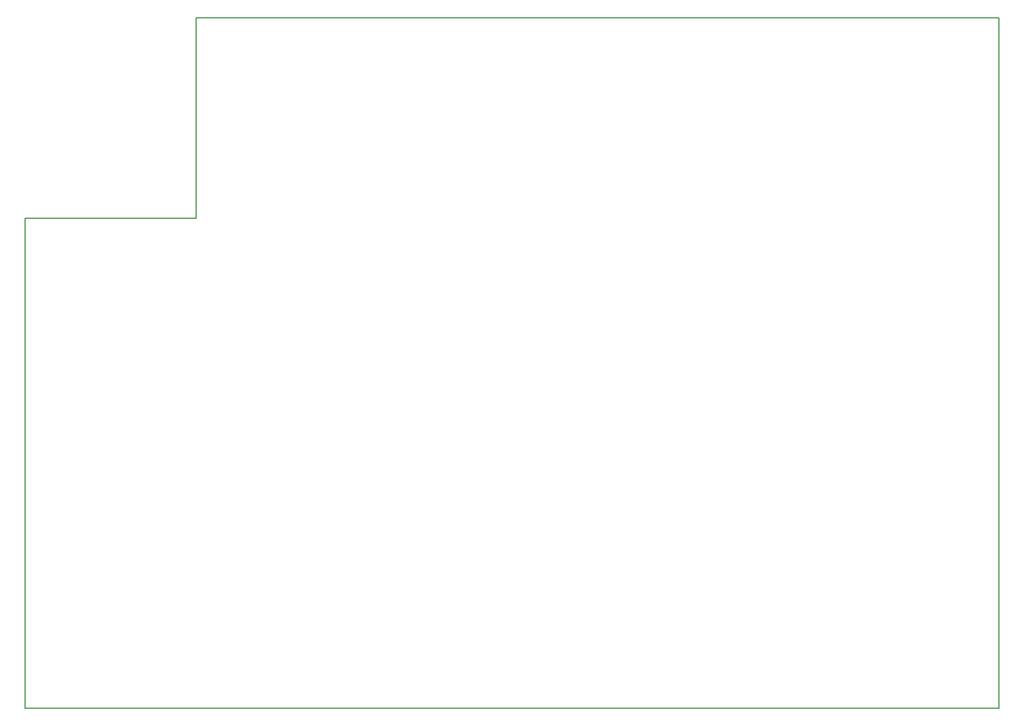
<source format=gm1>
G04 #@! TF.FileFunction,Profile,NP*
%FSLAX46Y46*%
G04 Gerber Fmt 4.6, Leading zero omitted, Abs format (unit mm)*
G04 Created by KiCad (PCBNEW 4.0.2-stable) date 2018-05-24 9:25:08 AM*
%MOMM*%
G01*
G04 APERTURE LIST*
%ADD10C,0.200000*%
G04 APERTURE END LIST*
D10*
X84000000Y-76500000D02*
X110000000Y-76500000D01*
X110000000Y-46000000D02*
X110000000Y-76500000D01*
X84000000Y-151000000D02*
X84000000Y-76500000D01*
X232000000Y-151000000D02*
X84000000Y-151000000D01*
X232000000Y-46000000D02*
X232000000Y-151000000D01*
X110000000Y-46000000D02*
X232000000Y-46000000D01*
M02*

</source>
